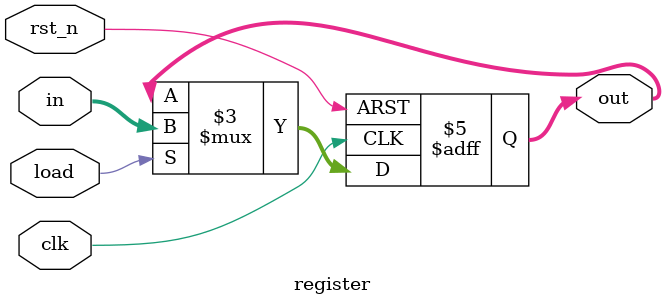
<source format=v>
module register
#(
	parameter	Width = 4
)
(	
	input					rst_n, load, clk,
	input 	   [Width-1:0] 	in,

	output reg [Width-1:0] 	out
);
	//控制register的归零rst_n和更新load
	always @(posedge clk or negedge rst_n) begin
		if (!rst_n)
			out <= 0;
		else if (load)
			out <= in;
	end
endmodule

</source>
